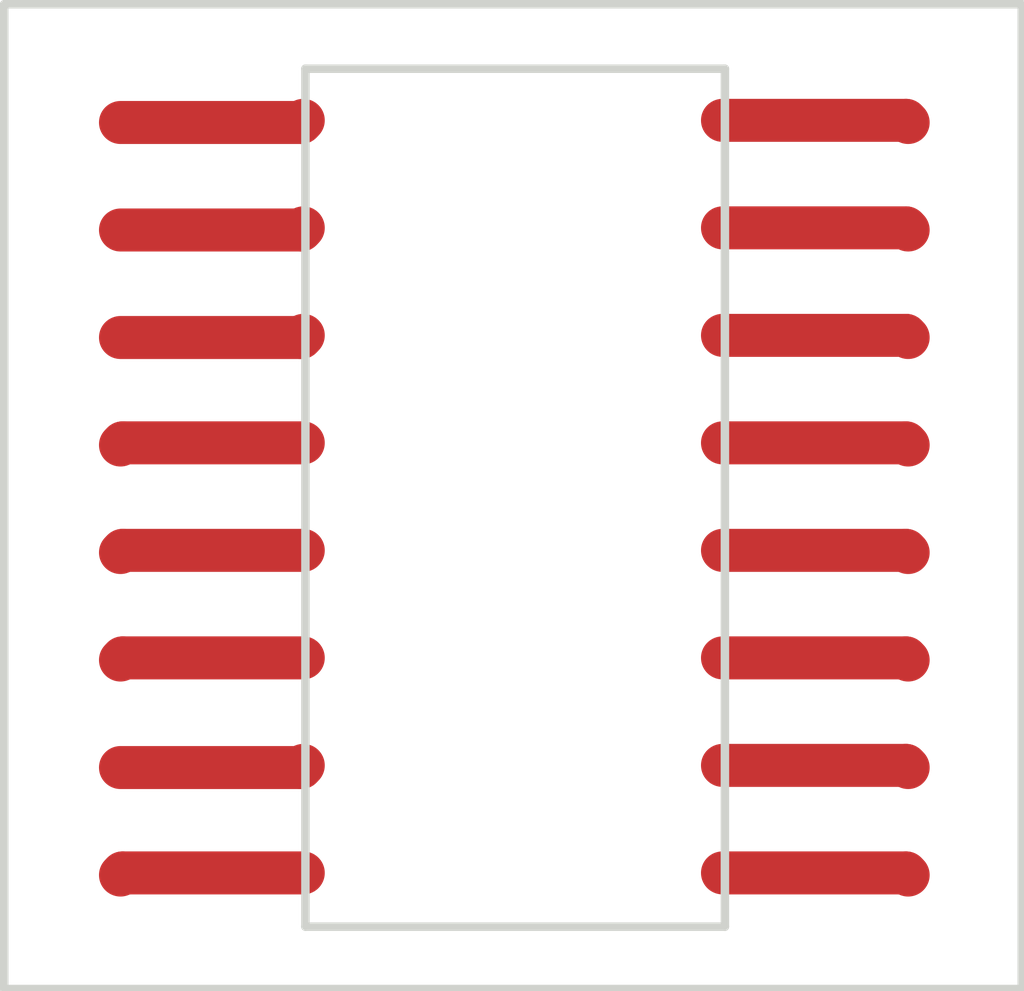
<source format=kicad_pcb>
(kicad_pcb (version 20221018) (generator pcbnew)

  (general
    (thickness 1.6)
  )

  (paper "A4")
  (layers
    (0 "F.Cu" signal)
    (31 "B.Cu" signal)
    (32 "B.Adhes" user "B.Adhesive")
    (33 "F.Adhes" user "F.Adhesive")
    (34 "B.Paste" user)
    (35 "F.Paste" user)
    (36 "B.SilkS" user "B.Silkscreen")
    (37 "F.SilkS" user "F.Silkscreen")
    (38 "B.Mask" user)
    (39 "F.Mask" user)
    (40 "Dwgs.User" user "User.Drawings")
    (41 "Cmts.User" user "User.Comments")
    (42 "Eco1.User" user "User.Eco1")
    (43 "Eco2.User" user "User.Eco2")
    (44 "Edge.Cuts" user)
    (45 "Margin" user)
    (46 "B.CrtYd" user "B.Courtyard")
    (47 "F.CrtYd" user "F.Courtyard")
    (48 "B.Fab" user)
    (49 "F.Fab" user)
    (50 "User.1" user)
    (51 "User.2" user)
    (52 "User.3" user)
    (53 "User.4" user)
    (54 "User.5" user)
    (55 "User.6" user)
    (56 "User.7" user)
    (57 "User.8" user)
    (58 "User.9" user)
  )

  (setup
    (pad_to_mask_clearance 0)
    (pcbplotparams
      (layerselection 0x0001000_7ffffffe)
      (plot_on_all_layers_selection 0x0000000_00000000)
      (disableapertmacros false)
      (usegerberextensions false)
      (usegerberattributes true)
      (usegerberadvancedattributes true)
      (creategerberjobfile false)
      (dashed_line_dash_ratio 12.000000)
      (dashed_line_gap_ratio 3.000000)
      (svgprecision 4)
      (plotframeref false)
      (viasonmask false)
      (mode 1)
      (useauxorigin false)
      (hpglpennumber 1)
      (hpglpenspeed 20)
      (hpglpendiameter 15.000000)
      (dxfpolygonmode true)
      (dxfimperialunits true)
      (dxfusepcbnewfont true)
      (psnegative false)
      (psa4output false)
      (plotreference false)
      (plotvalue true)
      (plotinvisibletext false)
      (sketchpadsonfab false)
      (subtractmaskfromsilk false)
      (outputformat 1)
      (mirror false)
      (drillshape 0)
      (scaleselection 1)
      (outputdirectory "")
    )
  )

  (net 0 "")
  (net 1 "Net-(U1-32KHZ)")
  (net 2 "Net-(U1-VCC)")
  (net 3 "Net-(U1-~{INT}{slash}SQW)")
  (net 4 "Net-(U1-~{RST})")
  (net 5 "Net-(U1-GND)")
  (net 6 "Net-(U1-VBAT)")
  (net 7 "Net-(U1-SDA)")
  (net 8 "Net-(U1-SCL)")

  (gr_line (start 124.46 89.408) (end 136.4742 89.408)
    (stroke (width 0.1) (type default)) (layer "Edge.Cuts") (tstamp 025d9ffd-94c1-4536-b6f2-88aa998b60ce))
  (gr_line (start 128.016 90.17) (end 132.969 90.17)
    (stroke (width 0.1) (type default)) (layer "Edge.Cuts") (tstamp 1d820944-7aa0-4fac-bb7d-f35b98255bce))
  (gr_line (start 128.016 100.3046) (end 132.969 100.3046)
    (stroke (width 0.1) (type default)) (layer "Edge.Cuts") (tstamp 5067ca46-963a-47ac-aee3-c78c8d50d5e5))
  (gr_line (start 124.46 89.408) (end 124.46 101.0412)
    (stroke (width 0.1) (type default)) (layer "Edge.Cuts") (tstamp 5835cd8f-be11-49bc-a156-edbafe1b6331))
  (gr_line (start 132.969 100.3046) (end 132.969 90.17)
    (stroke (width 0.1) (type default)) (layer "Edge.Cuts") (tstamp 61cd5497-1cf8-4d06-b215-cfb99c4e2661))
  (gr_line (start 136.4742 101.0412) (end 124.46 101.0412)
    (stroke (width 0.1) (type default)) (layer "Edge.Cuts") (tstamp 87d8848b-dd39-4fff-b194-cbaa9120c9db))
  (gr_line (start 128.016 100.3046) (end 128.016 90.17)
    (stroke (width 0.1) (type default)) (layer "Edge.Cuts") (tstamp 908324e3-8c62-4b50-a0ea-6e686a4181f2))
  (gr_line (start 136.4742 89.408) (end 136.4742 101.0412)
    (stroke (width 0.1) (type default)) (layer "Edge.Cuts") (tstamp c63a3426-f1b1-43f2-be80-2697d9252919))

  (segment (start 132.9406 98.3996) (end 135.1072 98.3996) (width 0.508) (layer "F.Cu") (net 0) (tstamp 04a28575-4adc-40a0-9f67-b9dacd24bc51))
  (segment (start 132.9406 99.6696) (end 135.1072 99.6696) (width 0.508) (layer "F.Cu") (net 0) (tstamp 0539717c-e010-4a0d-a91a-f5e68183cf98))
  (segment (start 132.9406 95.8596) (end 135.1072 95.8596) (width 0.508) (layer "F.Cu") (net 0) (tstamp 1e960f65-a43e-49f9-9a20-ed48cba9eed8))
  (segment (start 132.9406 93.3196) (end 135.1072 93.3196) (width 0.508) (layer "F.Cu") (net 0) (tstamp 310442da-3729-41ee-b801-deae01486340))
  (segment (start 135.1072 93.3196) (end 135.1326 93.345) (width 0.508) (layer "F.Cu") (net 0) (tstamp 4d7f4a7a-bc9a-441e-9ad3-37631a80d78c))
  (segment (start 135.1072 90.7796) (end 135.1326 90.805) (width 0.508) (layer "F.Cu") (net 0) (tstamp 6def2311-0a90-4813-9a92-ad7d6cfc4977))
  (segment (start 132.9406 92.0496) (end 135.1072 92.0496) (width 0.508) (layer "F.Cu") (net 0) (tstamp 6e6cea22-7ac6-4202-9d4b-d7de26938a18))
  (segment (start 132.9406 97.1296) (end 135.1072 97.1296) (width 0.508) (layer "F.Cu") (net 0) (tstamp 7ca559fd-a3da-46eb-b61e-184fa8ea75bc))
  (segment (start 132.9406 94.5896) (end 135.1072 94.5896) (width 0.508) (layer "F.Cu") (net 0) (tstamp 811505d4-fc24-45b0-8904-d267689a7b62))
  (segment (start 135.1072 99.6696) (end 135.1326 99.695) (width 0.508) (layer "F.Cu") (net 0) (tstamp 85fd57b1-36b8-4f1e-8c10-8b87716f1ceb))
  (segment (start 135.1072 95.8596) (end 135.1326 95.885) (width 0.508) (layer "F.Cu") (net 0) (tstamp 964f0d92-1499-46c4-8f50-3e940fe5b41c))
  (segment (start 135.1072 97.1296) (end 135.1326 97.155) (width 0.508) (layer "F.Cu") (net 0) (tstamp 9a52e9b8-351e-4625-bd96-87008ae9825c))
  (segment (start 135.1072 94.5896) (end 135.1326 94.615) (width 0.508) (layer "F.Cu") (net 0) (tstamp 9b235ff0-220d-486b-a5c9-cc365b2e5874))
  (segment (start 132.9406 90.7796) (end 135.1072 90.7796) (width 0.508) (layer "F.Cu") (net 0) (tstamp 9f6a6800-11b5-4a30-92af-0dee7673880d))
  (segment (start 135.1072 92.0496) (end 135.1326 92.075) (width 0.508) (layer "F.Cu") (net 0) (tstamp b8c0f2e2-c2d9-40c8-a88a-48230c95e4a1))
  (segment (start 135.1072 98.3996) (end 135.1326 98.425) (width 0.508) (layer "F.Cu") (net 0) (tstamp e9247ef7-2a4d-438f-8290-973e59f8c47a))
  (segment (start 127.9652 90.805) (end 127.9906 90.7796) (width 0.508) (layer "F.Cu") (net 1) (tstamp 4640b48b-83b6-4a93-957b-68d3838043ed))
  (segment (start 125.8326 90.805) (end 127.9652 90.805) (width 0.508) (layer "F.Cu") (net 1) (tstamp b938759c-8c3b-434a-9149-b05b7909f861))
  (segment (start 127.9652 92.075) (end 127.9906 92.0496) (width 0.508) (layer "F.Cu") (net 2) (tstamp 70ec03bc-e14d-41cd-b8d6-6d661880493d))
  (segment (start 125.8326 92.075) (end 127.9652 92.075) (width 0.508) (layer "F.Cu") (net 2) (tstamp c10a800a-a417-4573-9c6f-01eef899e4ee))
  (segment (start 127.9652 93.345) (end 127.9906 93.3196) (width 0.508) (layer "F.Cu") (net 3) (tstamp 3a3ac0b4-09e3-41f6-befc-a0b44a5fe409))
  (segment (start 125.8326 93.345) (end 127.9652 93.345) (width 0.508) (layer "F.Cu") (net 3) (tstamp c18be617-d5de-404c-9ab9-7d22a3c107af))
  (segment (start 125.858 94.5896) (end 125.8326 94.615) (width 0.508) (layer "F.Cu") (net 4) (tstamp 86d8b90c-e8fe-4f97-8cc5-aeb3dfd3267f))
  (segment (start 127.9906 94.5896) (end 125.858 94.5896) (width 0.508) (layer "F.Cu") (net 4) (tstamp 93e0ddf8-6d1f-4d3f-8344-9a44eb3e9630))
  (segment (start 127.9906 95.8596) (end 125.858 95.8596) (width 0.508) (layer "F.Cu") (net 5) (tstamp 955ce0e7-593e-4bcd-974e-04345d140011))
  (segment (start 125.858 95.8596) (end 125.8326 95.885) (width 0.508) (layer "F.Cu") (net 5) (tstamp 9c5e95f1-7c85-4bc3-8860-32efe5fbd8ed))
  (segment (start 125.858 97.1296) (end 125.8326 97.155) (width 0.508) (layer "F.Cu") (net 6) (tstamp 227114f8-fb17-4155-9c47-01e42d9fec63))
  (segment (start 127.9906 97.1296) (end 125.858 97.1296) (width 0.508) (layer "F.Cu") (net 6) (tstamp ee13e45a-308c-479d-ab39-79925de3f9b2))
  (segment (start 127.9652 98.425) (end 125.8326 98.425) (width 0.508) (layer "F.Cu") (net 7) (tstamp 96afe124-5207-4526-882e-075c1416dd5f))
  (segment (start 127.9906 98.3996) (end 127.9652 98.425) (width 0.508) (layer "F.Cu") (net 7) (tstamp ff9214a5-5431-46e1-b253-e839ffa8a955))
  (segment (start 127.9906 99.6696) (end 125.858 99.6696) (width 0.508) (layer "F.Cu") (net 8) (tstamp 6657a286-280c-41af-bf02-0c943d478d00))
  (segment (start 125.858 99.6696) (end 125.8326 99.695) (width 0.508) (layer "F.Cu") (net 8) (tstamp 7552b805-2f25-4f47-be2e-884d376a4d18))

)

</source>
